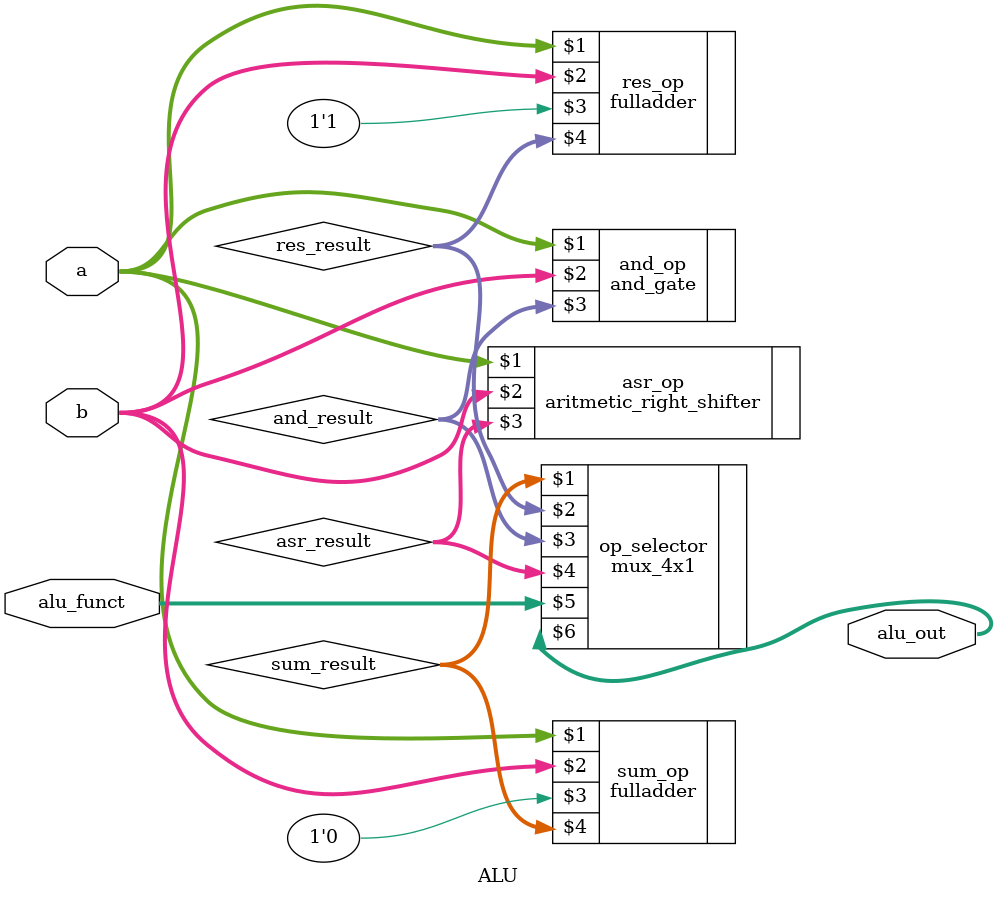
<source format=sv>
module ALU(input logic [31:0] a, b,
			  input logic [1:0] alu_funct,
			  output logic [31:0] alu_out);
			  
	logic [31:0] and_result;
	logic [31:0] sum_result;
	logic [31:0] res_result;
	logic [31:0] asr_result;
	
	and_gate and_op(a, b, and_result);
	fulladder sum_op(a, b, 1'b0, sum_result);
	fulladder res_op(a, b, 1'b1, res_result);
	aritmetic_right_shifter asr_op(a, b, asr_result);
	
	mux_4x1 op_selector(sum_result, res_result, and_result, asr_result, alu_funct, alu_out);

endmodule

</source>
